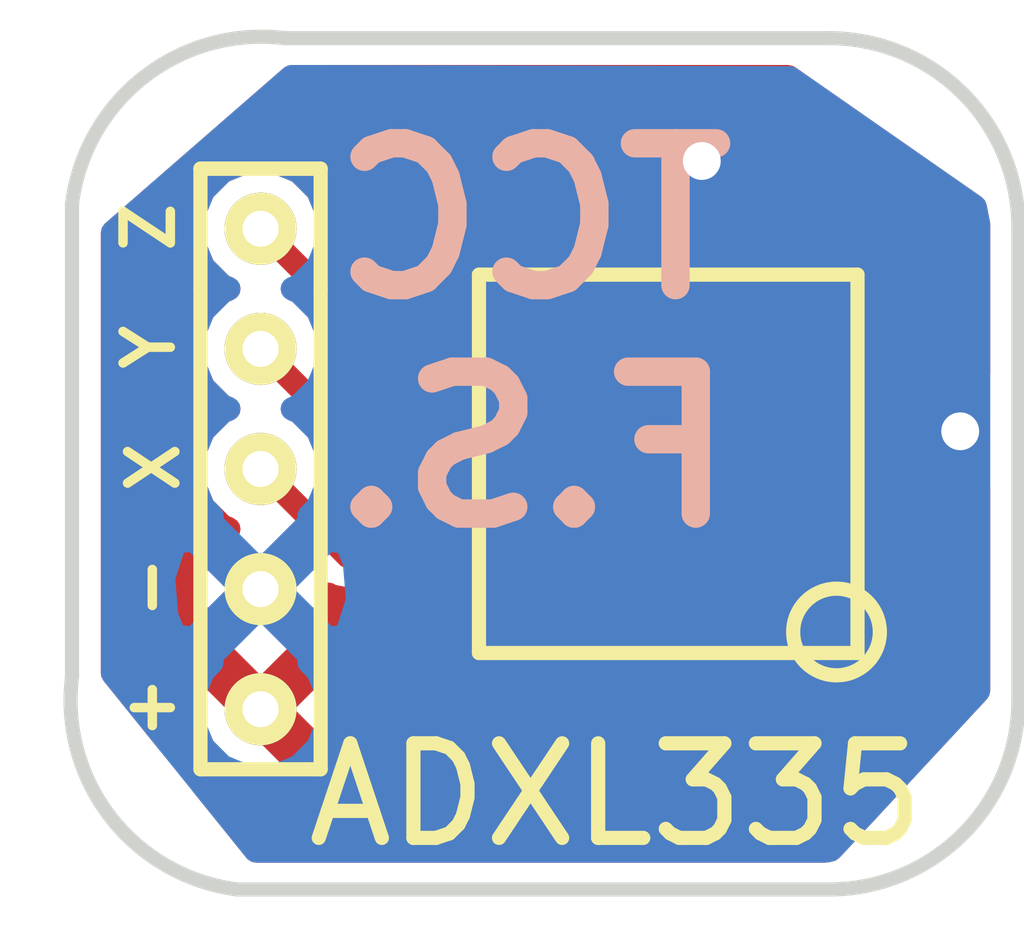
<source format=kicad_pcb>
(kicad_pcb (version 4) (host pcbnew 4.0.2-stable)

  (general
    (links 9)
    (no_connects 0)
    (area 146.975 99.448809 160.185002 110.662833)
    (thickness 1.6)
    (drawings 15)
    (tracks 23)
    (zones 0)
    (modules 2)
    (nets 6)
  )

  (page A4)
  (layers
    (0 F.Cu signal)
    (31 B.Cu signal)
    (32 B.Adhes user)
    (33 F.Adhes user)
    (34 B.Paste user)
    (35 F.Paste user)
    (36 B.SilkS user)
    (37 F.SilkS user)
    (38 B.Mask user)
    (39 F.Mask user)
    (40 Dwgs.User user)
    (41 Cmts.User user)
    (42 Eco1.User user)
    (43 Eco2.User user)
    (44 Edge.Cuts user)
    (45 Margin user)
    (46 B.CrtYd user)
    (47 F.CrtYd user)
    (48 B.Fab user)
    (49 F.Fab user)
  )

  (setup
    (last_trace_width 0.25)
    (trace_clearance 0.2)
    (zone_clearance 0.208)
    (zone_45_only no)
    (trace_min 0.2)
    (segment_width 0.2)
    (edge_width 0.15)
    (via_size 0.6)
    (via_drill 0.4)
    (via_min_size 0.4)
    (via_min_drill 0.3)
    (uvia_size 0.3)
    (uvia_drill 0.1)
    (uvias_allowed no)
    (uvia_min_size 0.2)
    (uvia_min_drill 0.1)
    (pcb_text_width 0.3)
    (pcb_text_size 1.5 1.5)
    (mod_edge_width 0.15)
    (mod_text_size 1 1)
    (mod_text_width 0.15)
    (pad_size 1.524 1.524)
    (pad_drill 0.762)
    (pad_to_mask_clearance 0.2)
    (aux_axis_origin 0 0)
    (visible_elements 7FFEFF7F)
    (pcbplotparams
      (layerselection 0x00030_80000001)
      (usegerberextensions false)
      (excludeedgelayer true)
      (linewidth 0.100000)
      (plotframeref false)
      (viasonmask false)
      (mode 1)
      (useauxorigin false)
      (hpglpennumber 1)
      (hpglpenspeed 20)
      (hpglpendiameter 15)
      (hpglpenoverlay 2)
      (psnegative false)
      (psa4output false)
      (plotreference true)
      (plotvalue true)
      (plotinvisibletext false)
      (padsonsilk false)
      (subtractmaskfromsilk false)
      (outputformat 1)
      (mirror false)
      (drillshape 1)
      (scaleselection 1)
      (outputdirectory ""))
  )

  (net 0 "")
  (net 1 /ADC_A3)
  (net 2 /ADCA_REF)
  (net 3 GND)
  (net 4 /ADC_A1)
  (net 5 /ADC_A2)

  (net_class Default "This is the default net class."
    (clearance 0.2)
    (trace_width 0.25)
    (via_dia 0.6)
    (via_drill 0.4)
    (uvia_dia 0.3)
    (uvia_drill 0.1)
    (add_net /ADCA_REF)
    (add_net /ADC_A1)
    (add_net /ADC_A2)
    (add_net /ADC_A3)
    (add_net GND)
  )

  (module Placa_principal:5-pin-50mil (layer F.Cu) (tedit 56E167DD) (tstamp 56E167A0)
    (at 151.992 105.5545 90)
    (path /56E1699A)
    (fp_text reference P1 (at 4.8545 -3.892 90) (layer F.SilkS) hide
      (effects (font (size 1 1) (thickness 0.15)))
    )
    (fp_text value CONN_01X05 (at 0 -1.905 90) (layer F.Fab)
      (effects (font (size 1 1) (thickness 0.15)))
    )
    (fp_line (start 1.905 0.635) (end 3.175 0.635) (layer F.SilkS) (width 0.15))
    (fp_line (start 3.175 0.635) (end 3.175 -0.635) (layer F.SilkS) (width 0.15))
    (fp_line (start 3.175 -0.635) (end 1.905 -0.635) (layer F.SilkS) (width 0.15))
    (fp_line (start -3.175 -0.635) (end -3.175 0.635) (layer F.SilkS) (width 0.15))
    (fp_line (start -3.175 0.635) (end 1.905 0.635) (layer F.SilkS) (width 0.15))
    (fp_line (start 3.175 0.635) (end 3.175 -0.635) (layer F.SilkS) (width 0.15))
    (fp_line (start 1.905 -0.635) (end -3.175 -0.635) (layer F.SilkS) (width 0.15))
    (pad 5 thru_hole circle (at 2.54 0 90) (size 0.762 0.762) (drill 0.381) (layers *.Cu *.Mask F.SilkS)
      (net 1 /ADC_A3))
    (pad 1 thru_hole circle (at -2.54 0 90) (size 0.762 0.762) (drill 0.381) (layers *.Cu *.Mask F.SilkS)
      (net 2 /ADCA_REF))
    (pad 2 thru_hole circle (at -1.27 0 90) (size 0.762 0.762) (drill 0.381) (layers *.Cu *.Mask F.SilkS)
      (net 3 GND))
    (pad 3 thru_hole circle (at 0 0 90) (size 0.762 0.762) (drill 0.381) (layers *.Cu *.Mask F.SilkS)
      (net 4 /ADC_A1))
    (pad 4 thru_hole circle (at 1.27 0 90) (size 0.762 0.762) (drill 0.381) (layers *.Cu *.Mask F.SilkS)
      (net 5 /ADC_A2))
  )

  (module Placa_principal_ADXL:ADXL335_correto (layer F.Cu) (tedit 570A9500) (tstamp 570A9534)
    (at 156.3 105.5 180)
    (path /56E167E1)
    (fp_text reference U1 (at 0.4 3.5 180) (layer F.SilkS) hide
      (effects (font (size 1 1) (thickness 0.15)))
    )
    (fp_text value ADXL335 (at 0.1 -3.9 180) (layer F.Fab)
      (effects (font (size 1 1) (thickness 0.15)))
    )
    (fp_circle (center -1.778 -1.778) (end -1.397 -1.524) (layer F.SilkS) (width 0.15))
    (fp_line (start -2 -2) (end -2 2) (layer F.SilkS) (width 0.15))
    (fp_line (start -2 2) (end 2 2) (layer F.SilkS) (width 0.15))
    (fp_line (start 2 2) (end 2 -2) (layer F.SilkS) (width 0.15))
    (fp_line (start 2 -2) (end -2 -2) (layer F.SilkS) (width 0.15))
    (pad 4 smd rect (at -2.025 0.975 180) (size 0.8 0.35) (layers F.Cu F.Paste F.Mask))
    (pad 3 smd rect (at -2.025 0.325 180) (size 0.8 0.35) (layers F.Cu F.Paste F.Mask)
      (net 3 GND))
    (pad 2 smd rect (at -2.025 -0.325 180) (size 0.8 0.35) (layers F.Cu F.Paste F.Mask))
    (pad 1 smd rect (at -2.025 -0.975 180) (size 0.8 0.35) (layers F.Cu F.Paste F.Mask))
    (pad ~ smd rect (at 0 0 180) (size 1.95 1.95) (layers F.Cu F.Paste F.Mask))
    (pad 9 smd rect (at 2.025 0.975 180) (size 0.8 0.35) (layers F.Cu F.Paste F.Mask))
    (pad 10 smd rect (at 2.025 0.325 180) (size 0.8 0.35) (layers F.Cu F.Paste F.Mask)
      (net 5 /ADC_A2))
    (pad 11 smd rect (at 2.025 -0.325 180) (size 0.8 0.35) (layers F.Cu F.Paste F.Mask))
    (pad 12 smd rect (at 2.025 -0.975 180) (size 0.8 0.35) (layers F.Cu F.Paste F.Mask)
      (net 4 /ADC_A1))
    (pad 16 smd rect (at -0.975 -2.025 180) (size 0.35 0.8) (layers F.Cu F.Paste F.Mask))
    (pad 15 smd rect (at -0.325 -2.025 180) (size 0.35 0.8) (layers F.Cu F.Paste F.Mask)
      (net 2 /ADCA_REF))
    (pad 14 smd rect (at 0.325 -2.025 180) (size 0.35 0.8) (layers F.Cu F.Paste F.Mask)
      (net 2 /ADCA_REF))
    (pad 13 smd rect (at 0.975 -2.025 180) (size 0.35 0.8) (layers F.Cu F.Paste F.Mask))
    (pad 5 smd rect (at -0.975 2.025 180) (size 0.35 0.8) (layers F.Cu F.Paste F.Mask)
      (net 3 GND))
    (pad 6 smd rect (at -0.325 2.025 180) (size 0.35 0.8) (layers F.Cu F.Paste F.Mask)
      (net 3 GND))
    (pad 7 smd rect (at 0.325 2.025 180) (size 0.35 0.8) (layers F.Cu F.Paste F.Mask)
      (net 3 GND))
    (pad 8 smd rect (at 0.975 2.025 180) (size 0.35 0.8) (layers F.Cu F.Paste F.Mask)
      (net 1 /ADC_A3))
  )

  (gr_text "TCC\nF.S." (at 154.8765 104.14) (layer B.SilkS)
    (effects (font (size 1.5 1.5) (thickness 0.3)) (justify mirror))
  )
  (gr_line (start 151.75 110) (end 158 110) (angle 90) (layer Edge.Cuts) (width 0.15))
  (gr_line (start 150 102.75) (end 150 107.75) (angle 90) (layer Edge.Cuts) (width 0.15))
  (gr_line (start 158 101) (end 152.25 101) (angle 90) (layer Edge.Cuts) (width 0.15))
  (gr_line (start 160 108) (end 160 103) (angle 90) (layer Edge.Cuts) (width 0.15))
  (gr_arc (start 158 103) (end 158 101) (angle 90) (layer Edge.Cuts) (width 0.15))
  (gr_arc (start 158 108) (end 160 108) (angle 90) (layer Edge.Cuts) (width 0.15))
  (gr_arc (start 152 108) (end 151.75 110) (angle 90) (layer Edge.Cuts) (width 0.15))
  (gr_arc (start 152 103) (end 150 102.75) (angle 90) (layer Edge.Cuts) (width 0.15))
  (gr_text Z (at 150.8125 102.997 90) (layer F.SilkS)
    (effects (font (size 0.5 0.5) (thickness 0.1)))
  )
  (gr_text Y (at 150.8125 104.267 90) (layer F.SilkS)
    (effects (font (size 0.5 0.5) (thickness 0.1)))
  )
  (gr_text X (at 150.8125 105.537 270) (layer F.SilkS)
    (effects (font (size 0.5 0.5) (thickness 0.1)))
  )
  (gr_text - (at 150.8125 106.807 90) (layer F.SilkS)
    (effects (font (size 0.5 0.5) (thickness 0.1)))
  )
  (gr_text "+\n" (at 150.8125 108.077 90) (layer F.SilkS)
    (effects (font (size 0.5 0.5) (thickness 0.1)))
  )
  (gr_text ADXL335 (at 155.75 109) (layer F.SilkS)
    (effects (font (size 1 1) (thickness 0.15)))
  )

  (segment (start 158.325 105.825) (end 158.3545 105.8545) (width 0.25) (layer F.Cu) (net 0))
  (segment (start 155.325 103.475) (end 152.4525 103.475) (width 0.25) (layer F.Cu) (net 1))
  (segment (start 152.4525 103.475) (end 151.992 103.0145) (width 0.25) (layer F.Cu) (net 1) (tstamp 570A95AC))
  (segment (start 155.975 107.525) (end 155.975 107.931) (width 0.25) (layer F.Cu) (net 2))
  (segment (start 152.419 108.5215) (end 151.992 108.0945) (width 0.25) (layer F.Cu) (net 2) (tstamp 570A9636))
  (segment (start 155.3845 108.5215) (end 152.419 108.5215) (width 0.25) (layer F.Cu) (net 2) (tstamp 570A9633))
  (segment (start 155.975 107.931) (end 155.3845 108.5215) (width 0.25) (layer F.Cu) (net 2) (tstamp 570A9632))
  (segment (start 156.625 107.525) (end 156.6545 107.5545) (width 0.25) (layer F.Cu) (net 2))
  (segment (start 155.975 107.525) (end 156.625 107.525) (width 0.25) (layer F.Cu) (net 2))
  (segment (start 158.325 105.175) (end 159.366 105.175) (width 0.25) (layer F.Cu) (net 3))
  (via (at 159.385 105.156) (size 0.6) (drill 0.4) (layers F.Cu B.Cu) (net 3))
  (segment (start 159.366 105.175) (end 159.385 105.156) (width 0.25) (layer F.Cu) (net 3) (tstamp 570A964D))
  (segment (start 156.625 103.475) (end 156.625 102.328) (width 0.25) (layer F.Cu) (net 3))
  (via (at 156.6545 102.2985) (size 0.6) (drill 0.4) (layers F.Cu B.Cu) (net 3))
  (segment (start 156.625 102.328) (end 156.6545 102.2985) (width 0.25) (layer F.Cu) (net 3) (tstamp 570A95A4))
  (segment (start 156.625 103.475) (end 157.275 103.475) (width 0.25) (layer F.Cu) (net 3))
  (segment (start 156.625 103.475) (end 156.591 103.441) (width 0.25) (layer F.Cu) (net 3))
  (segment (start 155.975 103.475) (end 155.956 103.456) (width 0.25) (layer F.Cu) (net 3))
  (segment (start 155.975 103.475) (end 156.625 103.475) (width 0.25) (layer F.Cu) (net 3))
  (segment (start 154.275 106.475) (end 152.9125 106.475) (width 0.25) (layer F.Cu) (net 4))
  (segment (start 152.9125 106.475) (end 151.992 105.5545) (width 0.25) (layer F.Cu) (net 4) (tstamp 570A95B2))
  (segment (start 154.275 105.175) (end 152.8825 105.175) (width 0.25) (layer F.Cu) (net 5))
  (segment (start 152.8825 105.175) (end 151.992 104.2845) (width 0.25) (layer F.Cu) (net 5) (tstamp 570A95AF))

  (zone (net 2) (net_name /ADCA_REF) (layer F.Cu) (tstamp 56E16A5C) (hatch edge 0.508)
    (connect_pads (clearance 0.208))
    (min_thickness 0.254)
    (fill yes (arc_segments 16) (thermal_gap 0.508) (thermal_bridge_width 0.508))
    (polygon
      (pts
        (xy 159.7025 102.743) (xy 159.7025 107.95) (xy 158.0515 109.728) (xy 151.892 109.728) (xy 150.3045 107.7595)
        (xy 150.3045 102.997) (xy 152.273 101.2825) (xy 157.607 101.2825) (xy 159.7025 102.743)
      )
    )
    (filled_polygon
      (pts
        (xy 159.538968 102.783826) (xy 159.5755 102.967486) (xy 159.5755 104.547535) (xy 159.511863 104.521111) (xy 159.259245 104.52089)
        (xy 159.066563 104.600505) (xy 159.066563 104.35) (xy 159.043204 104.225856) (xy 158.969835 104.111838) (xy 158.857887 104.035347)
        (xy 158.725 104.008437) (xy 157.925 104.008437) (xy 157.800856 104.031796) (xy 157.70709 104.092133) (xy 157.764653 104.007887)
        (xy 157.791563 103.875) (xy 157.791563 103.075) (xy 157.768204 102.950856) (xy 157.694835 102.836838) (xy 157.582887 102.760347)
        (xy 157.45 102.733437) (xy 157.117613 102.733437) (xy 157.192513 102.658668) (xy 157.289389 102.425363) (xy 157.28961 102.172745)
        (xy 157.19314 101.939272) (xy 157.014668 101.760487) (xy 156.781363 101.663611) (xy 156.528745 101.66339) (xy 156.295272 101.75986)
        (xy 156.116487 101.938332) (xy 156.019611 102.171637) (xy 156.01939 102.424255) (xy 156.11586 102.657728) (xy 156.165 102.706954)
        (xy 156.165 102.736475) (xy 156.15 102.733437) (xy 155.8 102.733437) (xy 155.675856 102.756796) (xy 155.651051 102.772758)
        (xy 155.632887 102.760347) (xy 155.5 102.733437) (xy 155.15 102.733437) (xy 155.025856 102.756796) (xy 154.911838 102.830165)
        (xy 154.835347 102.942113) (xy 154.820587 103.015) (xy 152.708 103.015) (xy 152.708124 102.872704) (xy 152.599349 102.609449)
        (xy 152.398111 102.407859) (xy 152.135046 102.298625) (xy 151.850204 102.298376) (xy 151.586949 102.407151) (xy 151.385359 102.608389)
        (xy 151.276125 102.871454) (xy 151.275876 103.156296) (xy 151.384651 103.419551) (xy 151.585889 103.621141) (xy 151.654028 103.649435)
        (xy 151.586949 103.677151) (xy 151.385359 103.878389) (xy 151.276125 104.141454) (xy 151.275876 104.426296) (xy 151.384651 104.689551)
        (xy 151.585889 104.891141) (xy 151.654028 104.919435) (xy 151.586949 104.947151) (xy 151.385359 105.148389) (xy 151.276125 105.411454)
        (xy 151.275876 105.696296) (xy 151.384651 105.959551) (xy 151.585889 106.161141) (xy 151.654028 106.189435) (xy 151.586949 106.217151)
        (xy 151.385359 106.418389) (xy 151.276125 106.681454) (xy 151.275876 106.966296) (xy 151.384651 107.229551) (xy 151.47582 107.32088)
        (xy 151.468096 107.390991) (xy 151.992 107.914895) (xy 152.515904 107.390991) (xy 152.508183 107.320911) (xy 152.598641 107.230611)
        (xy 152.707875 106.967546) (xy 152.707951 106.880932) (xy 152.736465 106.899985) (xy 152.9125 106.935) (xy 153.698715 106.935)
        (xy 153.742113 106.964653) (xy 153.875 106.991563) (xy 154.675 106.991563) (xy 154.799144 106.968204) (xy 154.89291 106.907867)
        (xy 154.835347 106.992113) (xy 154.808437 107.125) (xy 154.808437 107.925) (xy 154.831796 108.049144) (xy 154.905165 108.163162)
        (xy 155.017113 108.239653) (xy 155.15 108.266563) (xy 155.254161 108.266563) (xy 155.261673 108.284699) (xy 155.440302 108.463327)
        (xy 155.673691 108.56) (xy 155.72875 108.56) (xy 155.8875 108.40125) (xy 155.8875 108.22634) (xy 155.911673 108.284699)
        (xy 156.090302 108.463327) (xy 156.148813 108.487563) (xy 156.22125 108.56) (xy 156.276309 108.56) (xy 156.3 108.550187)
        (xy 156.323691 108.56) (xy 156.37875 108.56) (xy 156.451187 108.487563) (xy 156.509698 108.463327) (xy 156.688327 108.284699)
        (xy 156.7125 108.22634) (xy 156.7125 108.40125) (xy 156.87125 108.56) (xy 156.926309 108.56) (xy 157.159698 108.463327)
        (xy 157.338327 108.284699) (xy 157.345839 108.266563) (xy 157.45 108.266563) (xy 157.574144 108.243204) (xy 157.688162 108.169835)
        (xy 157.764653 108.057887) (xy 157.791563 107.925) (xy 157.791563 107.125) (xy 157.768204 107.000856) (xy 157.707867 106.90709)
        (xy 157.792113 106.964653) (xy 157.925 106.991563) (xy 158.725 106.991563) (xy 158.849144 106.968204) (xy 158.963162 106.894835)
        (xy 159.039653 106.782887) (xy 159.066563 106.65) (xy 159.066563 106.3) (xy 159.043204 106.175856) (xy 159.027242 106.151051)
        (xy 159.039653 106.132887) (xy 159.066563 106) (xy 159.066563 105.711341) (xy 159.258137 105.790889) (xy 159.510755 105.79111)
        (xy 159.5755 105.764357) (xy 159.5755 107.900128) (xy 158.016917 109.578603) (xy 157.959618 109.59) (xy 151.943862 109.59)
        (xy 151.3779 108.888208) (xy 151.468096 108.798012) (xy 151.490448 109.000891) (xy 151.875488 109.123832) (xy 152.278265 109.090065)
        (xy 152.493552 109.000891) (xy 152.515904 108.798009) (xy 151.992 108.274105) (xy 151.977858 108.288248) (xy 151.798253 108.108643)
        (xy 151.812395 108.0945) (xy 152.171605 108.0945) (xy 152.695509 108.618404) (xy 152.898391 108.596052) (xy 153.021332 108.211012)
        (xy 152.987565 107.808235) (xy 152.898391 107.592948) (xy 152.695509 107.570596) (xy 152.171605 108.0945) (xy 151.812395 108.0945)
        (xy 151.288491 107.570596) (xy 151.085609 107.592948) (xy 150.962668 107.977988) (xy 150.996435 108.380765) (xy 151.025752 108.451544)
        (xy 150.4315 107.714671) (xy 150.4315 103.054803) (xy 152.319978 101.41) (xy 157.567825 101.41)
      )
    )
  )
  (zone (net 3) (net_name GND) (layer B.Cu) (tstamp 56E16A8F) (hatch edge 0.508)
    (connect_pads (clearance 0.208))
    (min_thickness 0.254)
    (fill yes (arc_segments 16) (thermal_gap 0.508) (thermal_bridge_width 0.508))
    (polygon
      (pts
        (xy 159.7025 107.95) (xy 158.0515 109.728) (xy 151.892 109.728) (xy 150.3045 107.7595) (xy 150.3045 102.997)
        (xy 152.273 101.2825) (xy 157.626984 101.296428) (xy 159.7025 102.743) (xy 159.7025 107.95)
      )
    )
    (filled_polygon
      (pts
        (xy 157.586944 101.423325) (xy 159.538968 102.783826) (xy 159.5755 102.967486) (xy 159.5755 107.900128) (xy 158.016917 109.578603)
        (xy 157.959618 109.59) (xy 151.943862 109.59) (xy 150.852166 108.236296) (xy 151.275876 108.236296) (xy 151.384651 108.499551)
        (xy 151.585889 108.701141) (xy 151.848954 108.810375) (xy 152.133796 108.810624) (xy 152.397051 108.701849) (xy 152.598641 108.500611)
        (xy 152.707875 108.237546) (xy 152.708124 107.952704) (xy 152.599349 107.689449) (xy 152.50818 107.59812) (xy 152.515904 107.528009)
        (xy 151.992 107.004105) (xy 151.468096 107.528009) (xy 151.475817 107.598089) (xy 151.385359 107.688389) (xy 151.276125 107.951454)
        (xy 151.275876 108.236296) (xy 150.852166 108.236296) (xy 150.4315 107.714671) (xy 150.4315 106.707988) (xy 150.962668 106.707988)
        (xy 150.996435 107.110765) (xy 151.085609 107.326052) (xy 151.288491 107.348404) (xy 151.812395 106.8245) (xy 152.171605 106.8245)
        (xy 152.695509 107.348404) (xy 152.898391 107.326052) (xy 153.021332 106.941012) (xy 152.987565 106.538235) (xy 152.898391 106.322948)
        (xy 152.695509 106.300596) (xy 152.171605 106.8245) (xy 151.812395 106.8245) (xy 151.288491 106.300596) (xy 151.085609 106.322948)
        (xy 150.962668 106.707988) (xy 150.4315 106.707988) (xy 150.4315 103.156296) (xy 151.275876 103.156296) (xy 151.384651 103.419551)
        (xy 151.585889 103.621141) (xy 151.654028 103.649435) (xy 151.586949 103.677151) (xy 151.385359 103.878389) (xy 151.276125 104.141454)
        (xy 151.275876 104.426296) (xy 151.384651 104.689551) (xy 151.585889 104.891141) (xy 151.654028 104.919435) (xy 151.586949 104.947151)
        (xy 151.385359 105.148389) (xy 151.276125 105.411454) (xy 151.275876 105.696296) (xy 151.384651 105.959551) (xy 151.47582 106.05088)
        (xy 151.468096 106.120991) (xy 151.992 106.644895) (xy 152.515904 106.120991) (xy 152.508183 106.050911) (xy 152.598641 105.960611)
        (xy 152.707875 105.697546) (xy 152.708124 105.412704) (xy 152.599349 105.149449) (xy 152.398111 104.947859) (xy 152.329972 104.919565)
        (xy 152.397051 104.891849) (xy 152.598641 104.690611) (xy 152.707875 104.427546) (xy 152.708124 104.142704) (xy 152.599349 103.879449)
        (xy 152.398111 103.677859) (xy 152.329972 103.649565) (xy 152.397051 103.621849) (xy 152.598641 103.420611) (xy 152.707875 103.157546)
        (xy 152.708124 102.872704) (xy 152.599349 102.609449) (xy 152.398111 102.407859) (xy 152.135046 102.298625) (xy 151.850204 102.298376)
        (xy 151.586949 102.407151) (xy 151.385359 102.608389) (xy 151.276125 102.871454) (xy 151.275876 103.156296) (xy 150.4315 103.156296)
        (xy 150.4315 103.054803) (xy 152.319977 101.41) (xy 152.46494 101.41)
      )
    )
  )
)

</source>
